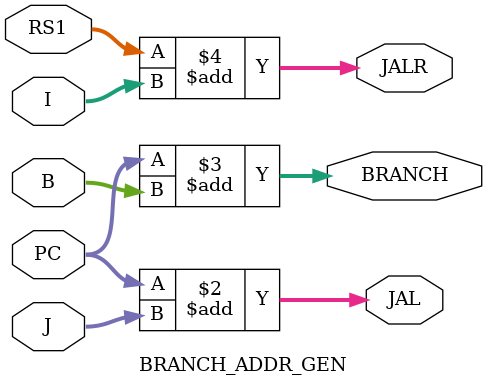
<source format=sv>
`timescale 1ns / 1ps


module BRANCH_ADDR_GEN(
        input logic[31:0] I, J, B, RS1, PC,
        output logic[31:0] JAL, BRANCH, JALR
    );
    //from the OTTER assembly manual:
    //jal = PC + J
    //branch = PC + B
    //jalr = rs1 + I
    //
    //No need to use an always_ff since we aren't
    //saving any values and its going to be asynchronous
    always_comb begin
        JAL = PC + J;
        BRANCH = PC + B;
        JALR = RS1 + I;
    end
endmodule

</source>
